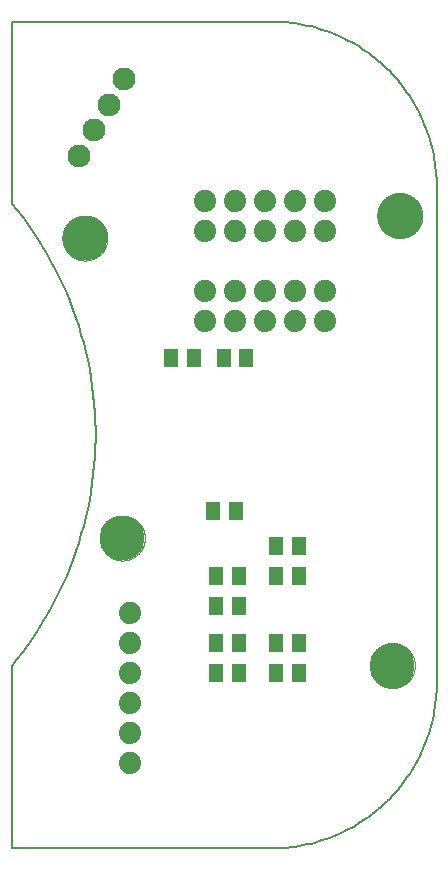
<source format=gbs>
G75*
%MOIN*%
%OFA0B0*%
%FSLAX25Y25*%
%IPPOS*%
%LPD*%
%AMOC8*
5,1,8,0,0,1.08239X$1,22.5*
%
%ADD10C,0.00600*%
%ADD11C,0.00000*%
%ADD12C,0.15000*%
%ADD13C,0.07400*%
%ADD14R,0.05118X0.05906*%
%ADD15C,0.07600*%
D10*
X0044283Y0005655D02*
X0044283Y0066600D01*
X0044283Y0005655D02*
X0130869Y0005655D01*
X0132201Y0005671D01*
X0133532Y0005719D01*
X0134861Y0005800D01*
X0136189Y0005912D01*
X0137513Y0006057D01*
X0138833Y0006233D01*
X0140149Y0006442D01*
X0141459Y0006682D01*
X0142763Y0006954D01*
X0144060Y0007257D01*
X0145349Y0007591D01*
X0146630Y0007956D01*
X0147901Y0008353D01*
X0149163Y0008780D01*
X0150414Y0009237D01*
X0151654Y0009724D01*
X0152881Y0010241D01*
X0154096Y0010788D01*
X0155297Y0011364D01*
X0156484Y0011968D01*
X0157655Y0012602D01*
X0158812Y0013263D01*
X0159951Y0013952D01*
X0161074Y0014668D01*
X0162180Y0015412D01*
X0163267Y0016182D01*
X0164335Y0016977D01*
X0165383Y0017799D01*
X0166411Y0018645D01*
X0167419Y0019517D01*
X0168405Y0020412D01*
X0169370Y0021331D01*
X0170311Y0022272D01*
X0171230Y0023237D01*
X0172125Y0024223D01*
X0172997Y0025231D01*
X0173843Y0026259D01*
X0174665Y0027307D01*
X0175460Y0028375D01*
X0176230Y0029462D01*
X0176974Y0030568D01*
X0177690Y0031691D01*
X0178379Y0032830D01*
X0179040Y0033987D01*
X0179674Y0035158D01*
X0180278Y0036345D01*
X0180854Y0037546D01*
X0181401Y0038761D01*
X0181918Y0039988D01*
X0182405Y0041228D01*
X0182862Y0042479D01*
X0183289Y0043741D01*
X0183686Y0045012D01*
X0184051Y0046293D01*
X0184385Y0047582D01*
X0184688Y0048879D01*
X0184960Y0050183D01*
X0185200Y0051493D01*
X0185409Y0052809D01*
X0185585Y0054129D01*
X0185730Y0055453D01*
X0185842Y0056781D01*
X0185923Y0058110D01*
X0185971Y0059441D01*
X0185987Y0060773D01*
X0185987Y0226128D01*
X0185971Y0227460D01*
X0185923Y0228791D01*
X0185842Y0230120D01*
X0185730Y0231448D01*
X0185585Y0232772D01*
X0185409Y0234092D01*
X0185200Y0235408D01*
X0184960Y0236718D01*
X0184688Y0238022D01*
X0184385Y0239319D01*
X0184051Y0240608D01*
X0183686Y0241889D01*
X0183289Y0243160D01*
X0182862Y0244422D01*
X0182405Y0245673D01*
X0181918Y0246913D01*
X0181401Y0248140D01*
X0180854Y0249355D01*
X0180278Y0250556D01*
X0179674Y0251743D01*
X0179040Y0252914D01*
X0178379Y0254071D01*
X0177690Y0255210D01*
X0176974Y0256333D01*
X0176230Y0257439D01*
X0175460Y0258526D01*
X0174665Y0259594D01*
X0173843Y0260642D01*
X0172997Y0261670D01*
X0172125Y0262678D01*
X0171230Y0263664D01*
X0170311Y0264629D01*
X0169370Y0265570D01*
X0168405Y0266489D01*
X0167419Y0267384D01*
X0166411Y0268256D01*
X0165383Y0269102D01*
X0164335Y0269924D01*
X0163267Y0270719D01*
X0162180Y0271489D01*
X0161074Y0272233D01*
X0159951Y0272949D01*
X0158812Y0273638D01*
X0157655Y0274299D01*
X0156484Y0274933D01*
X0155297Y0275537D01*
X0154096Y0276113D01*
X0152881Y0276660D01*
X0151654Y0277177D01*
X0150414Y0277664D01*
X0149163Y0278121D01*
X0147901Y0278548D01*
X0146630Y0278945D01*
X0145349Y0279310D01*
X0144060Y0279644D01*
X0142763Y0279947D01*
X0141459Y0280219D01*
X0140149Y0280459D01*
X0138833Y0280668D01*
X0137513Y0280844D01*
X0136189Y0280989D01*
X0134861Y0281101D01*
X0133532Y0281182D01*
X0132201Y0281230D01*
X0130869Y0281246D01*
X0044283Y0281246D01*
X0044283Y0220606D01*
X0046142Y0218335D01*
X0047944Y0216019D01*
X0049689Y0213660D01*
X0051376Y0211259D01*
X0053004Y0208817D01*
X0054571Y0206336D01*
X0056077Y0203818D01*
X0057520Y0201263D01*
X0058901Y0198674D01*
X0060218Y0196052D01*
X0061471Y0193398D01*
X0062657Y0190714D01*
X0063778Y0188002D01*
X0064832Y0185264D01*
X0065819Y0182500D01*
X0066738Y0179713D01*
X0067588Y0176905D01*
X0068369Y0174076D01*
X0069081Y0171230D01*
X0069723Y0168366D01*
X0070294Y0165488D01*
X0070795Y0162597D01*
X0071224Y0159694D01*
X0071583Y0156781D01*
X0071870Y0153861D01*
X0072085Y0150935D01*
X0072229Y0148004D01*
X0072301Y0145070D01*
X0072301Y0142136D01*
X0072229Y0139202D01*
X0072085Y0136271D01*
X0071870Y0133345D01*
X0071583Y0130425D01*
X0071224Y0127512D01*
X0070795Y0124609D01*
X0070294Y0121718D01*
X0069723Y0118840D01*
X0069081Y0115976D01*
X0068369Y0113130D01*
X0067588Y0110301D01*
X0066738Y0107493D01*
X0065819Y0104706D01*
X0064832Y0101942D01*
X0063778Y0099204D01*
X0062657Y0096492D01*
X0061471Y0093808D01*
X0060218Y0091154D01*
X0058901Y0088532D01*
X0057520Y0085943D01*
X0056077Y0083388D01*
X0054571Y0080870D01*
X0053004Y0078389D01*
X0051376Y0075947D01*
X0049689Y0073546D01*
X0047944Y0071187D01*
X0046142Y0068871D01*
X0044283Y0066600D01*
D11*
X0073704Y0109100D02*
X0073706Y0109284D01*
X0073713Y0109468D01*
X0073724Y0109652D01*
X0073740Y0109835D01*
X0073760Y0110018D01*
X0073785Y0110200D01*
X0073814Y0110382D01*
X0073848Y0110563D01*
X0073886Y0110743D01*
X0073929Y0110922D01*
X0073976Y0111100D01*
X0074027Y0111277D01*
X0074083Y0111453D01*
X0074142Y0111627D01*
X0074207Y0111799D01*
X0074275Y0111970D01*
X0074347Y0112139D01*
X0074424Y0112307D01*
X0074505Y0112472D01*
X0074590Y0112635D01*
X0074678Y0112797D01*
X0074771Y0112956D01*
X0074868Y0113112D01*
X0074968Y0113267D01*
X0075072Y0113419D01*
X0075180Y0113568D01*
X0075291Y0113714D01*
X0075406Y0113858D01*
X0075525Y0113999D01*
X0075647Y0114137D01*
X0075772Y0114272D01*
X0075901Y0114403D01*
X0076032Y0114532D01*
X0076167Y0114657D01*
X0076305Y0114779D01*
X0076446Y0114898D01*
X0076590Y0115013D01*
X0076736Y0115124D01*
X0076885Y0115232D01*
X0077037Y0115336D01*
X0077192Y0115436D01*
X0077348Y0115533D01*
X0077507Y0115626D01*
X0077669Y0115714D01*
X0077832Y0115799D01*
X0077997Y0115880D01*
X0078165Y0115957D01*
X0078334Y0116029D01*
X0078505Y0116097D01*
X0078677Y0116162D01*
X0078851Y0116221D01*
X0079027Y0116277D01*
X0079204Y0116328D01*
X0079382Y0116375D01*
X0079561Y0116418D01*
X0079741Y0116456D01*
X0079922Y0116490D01*
X0080104Y0116519D01*
X0080286Y0116544D01*
X0080469Y0116564D01*
X0080652Y0116580D01*
X0080836Y0116591D01*
X0081020Y0116598D01*
X0081204Y0116600D01*
X0081388Y0116598D01*
X0081572Y0116591D01*
X0081756Y0116580D01*
X0081939Y0116564D01*
X0082122Y0116544D01*
X0082304Y0116519D01*
X0082486Y0116490D01*
X0082667Y0116456D01*
X0082847Y0116418D01*
X0083026Y0116375D01*
X0083204Y0116328D01*
X0083381Y0116277D01*
X0083557Y0116221D01*
X0083731Y0116162D01*
X0083903Y0116097D01*
X0084074Y0116029D01*
X0084243Y0115957D01*
X0084411Y0115880D01*
X0084576Y0115799D01*
X0084739Y0115714D01*
X0084901Y0115626D01*
X0085060Y0115533D01*
X0085216Y0115436D01*
X0085371Y0115336D01*
X0085523Y0115232D01*
X0085672Y0115124D01*
X0085818Y0115013D01*
X0085962Y0114898D01*
X0086103Y0114779D01*
X0086241Y0114657D01*
X0086376Y0114532D01*
X0086507Y0114403D01*
X0086636Y0114272D01*
X0086761Y0114137D01*
X0086883Y0113999D01*
X0087002Y0113858D01*
X0087117Y0113714D01*
X0087228Y0113568D01*
X0087336Y0113419D01*
X0087440Y0113267D01*
X0087540Y0113112D01*
X0087637Y0112956D01*
X0087730Y0112797D01*
X0087818Y0112635D01*
X0087903Y0112472D01*
X0087984Y0112307D01*
X0088061Y0112139D01*
X0088133Y0111970D01*
X0088201Y0111799D01*
X0088266Y0111627D01*
X0088325Y0111453D01*
X0088381Y0111277D01*
X0088432Y0111100D01*
X0088479Y0110922D01*
X0088522Y0110743D01*
X0088560Y0110563D01*
X0088594Y0110382D01*
X0088623Y0110200D01*
X0088648Y0110018D01*
X0088668Y0109835D01*
X0088684Y0109652D01*
X0088695Y0109468D01*
X0088702Y0109284D01*
X0088704Y0109100D01*
X0088702Y0108916D01*
X0088695Y0108732D01*
X0088684Y0108548D01*
X0088668Y0108365D01*
X0088648Y0108182D01*
X0088623Y0108000D01*
X0088594Y0107818D01*
X0088560Y0107637D01*
X0088522Y0107457D01*
X0088479Y0107278D01*
X0088432Y0107100D01*
X0088381Y0106923D01*
X0088325Y0106747D01*
X0088266Y0106573D01*
X0088201Y0106401D01*
X0088133Y0106230D01*
X0088061Y0106061D01*
X0087984Y0105893D01*
X0087903Y0105728D01*
X0087818Y0105565D01*
X0087730Y0105403D01*
X0087637Y0105244D01*
X0087540Y0105088D01*
X0087440Y0104933D01*
X0087336Y0104781D01*
X0087228Y0104632D01*
X0087117Y0104486D01*
X0087002Y0104342D01*
X0086883Y0104201D01*
X0086761Y0104063D01*
X0086636Y0103928D01*
X0086507Y0103797D01*
X0086376Y0103668D01*
X0086241Y0103543D01*
X0086103Y0103421D01*
X0085962Y0103302D01*
X0085818Y0103187D01*
X0085672Y0103076D01*
X0085523Y0102968D01*
X0085371Y0102864D01*
X0085216Y0102764D01*
X0085060Y0102667D01*
X0084901Y0102574D01*
X0084739Y0102486D01*
X0084576Y0102401D01*
X0084411Y0102320D01*
X0084243Y0102243D01*
X0084074Y0102171D01*
X0083903Y0102103D01*
X0083731Y0102038D01*
X0083557Y0101979D01*
X0083381Y0101923D01*
X0083204Y0101872D01*
X0083026Y0101825D01*
X0082847Y0101782D01*
X0082667Y0101744D01*
X0082486Y0101710D01*
X0082304Y0101681D01*
X0082122Y0101656D01*
X0081939Y0101636D01*
X0081756Y0101620D01*
X0081572Y0101609D01*
X0081388Y0101602D01*
X0081204Y0101600D01*
X0081020Y0101602D01*
X0080836Y0101609D01*
X0080652Y0101620D01*
X0080469Y0101636D01*
X0080286Y0101656D01*
X0080104Y0101681D01*
X0079922Y0101710D01*
X0079741Y0101744D01*
X0079561Y0101782D01*
X0079382Y0101825D01*
X0079204Y0101872D01*
X0079027Y0101923D01*
X0078851Y0101979D01*
X0078677Y0102038D01*
X0078505Y0102103D01*
X0078334Y0102171D01*
X0078165Y0102243D01*
X0077997Y0102320D01*
X0077832Y0102401D01*
X0077669Y0102486D01*
X0077507Y0102574D01*
X0077348Y0102667D01*
X0077192Y0102764D01*
X0077037Y0102864D01*
X0076885Y0102968D01*
X0076736Y0103076D01*
X0076590Y0103187D01*
X0076446Y0103302D01*
X0076305Y0103421D01*
X0076167Y0103543D01*
X0076032Y0103668D01*
X0075901Y0103797D01*
X0075772Y0103928D01*
X0075647Y0104063D01*
X0075525Y0104201D01*
X0075406Y0104342D01*
X0075291Y0104486D01*
X0075180Y0104632D01*
X0075072Y0104781D01*
X0074968Y0104933D01*
X0074868Y0105088D01*
X0074771Y0105244D01*
X0074678Y0105403D01*
X0074590Y0105565D01*
X0074505Y0105728D01*
X0074424Y0105893D01*
X0074347Y0106061D01*
X0074275Y0106230D01*
X0074207Y0106401D01*
X0074142Y0106573D01*
X0074083Y0106747D01*
X0074027Y0106923D01*
X0073976Y0107100D01*
X0073929Y0107278D01*
X0073886Y0107457D01*
X0073848Y0107637D01*
X0073814Y0107818D01*
X0073785Y0108000D01*
X0073760Y0108182D01*
X0073740Y0108365D01*
X0073724Y0108548D01*
X0073713Y0108732D01*
X0073706Y0108916D01*
X0073704Y0109100D01*
X0061204Y0209100D02*
X0061206Y0209284D01*
X0061213Y0209468D01*
X0061224Y0209652D01*
X0061240Y0209835D01*
X0061260Y0210018D01*
X0061285Y0210200D01*
X0061314Y0210382D01*
X0061348Y0210563D01*
X0061386Y0210743D01*
X0061429Y0210922D01*
X0061476Y0211100D01*
X0061527Y0211277D01*
X0061583Y0211453D01*
X0061642Y0211627D01*
X0061707Y0211799D01*
X0061775Y0211970D01*
X0061847Y0212139D01*
X0061924Y0212307D01*
X0062005Y0212472D01*
X0062090Y0212635D01*
X0062178Y0212797D01*
X0062271Y0212956D01*
X0062368Y0213112D01*
X0062468Y0213267D01*
X0062572Y0213419D01*
X0062680Y0213568D01*
X0062791Y0213714D01*
X0062906Y0213858D01*
X0063025Y0213999D01*
X0063147Y0214137D01*
X0063272Y0214272D01*
X0063401Y0214403D01*
X0063532Y0214532D01*
X0063667Y0214657D01*
X0063805Y0214779D01*
X0063946Y0214898D01*
X0064090Y0215013D01*
X0064236Y0215124D01*
X0064385Y0215232D01*
X0064537Y0215336D01*
X0064692Y0215436D01*
X0064848Y0215533D01*
X0065007Y0215626D01*
X0065169Y0215714D01*
X0065332Y0215799D01*
X0065497Y0215880D01*
X0065665Y0215957D01*
X0065834Y0216029D01*
X0066005Y0216097D01*
X0066177Y0216162D01*
X0066351Y0216221D01*
X0066527Y0216277D01*
X0066704Y0216328D01*
X0066882Y0216375D01*
X0067061Y0216418D01*
X0067241Y0216456D01*
X0067422Y0216490D01*
X0067604Y0216519D01*
X0067786Y0216544D01*
X0067969Y0216564D01*
X0068152Y0216580D01*
X0068336Y0216591D01*
X0068520Y0216598D01*
X0068704Y0216600D01*
X0068888Y0216598D01*
X0069072Y0216591D01*
X0069256Y0216580D01*
X0069439Y0216564D01*
X0069622Y0216544D01*
X0069804Y0216519D01*
X0069986Y0216490D01*
X0070167Y0216456D01*
X0070347Y0216418D01*
X0070526Y0216375D01*
X0070704Y0216328D01*
X0070881Y0216277D01*
X0071057Y0216221D01*
X0071231Y0216162D01*
X0071403Y0216097D01*
X0071574Y0216029D01*
X0071743Y0215957D01*
X0071911Y0215880D01*
X0072076Y0215799D01*
X0072239Y0215714D01*
X0072401Y0215626D01*
X0072560Y0215533D01*
X0072716Y0215436D01*
X0072871Y0215336D01*
X0073023Y0215232D01*
X0073172Y0215124D01*
X0073318Y0215013D01*
X0073462Y0214898D01*
X0073603Y0214779D01*
X0073741Y0214657D01*
X0073876Y0214532D01*
X0074007Y0214403D01*
X0074136Y0214272D01*
X0074261Y0214137D01*
X0074383Y0213999D01*
X0074502Y0213858D01*
X0074617Y0213714D01*
X0074728Y0213568D01*
X0074836Y0213419D01*
X0074940Y0213267D01*
X0075040Y0213112D01*
X0075137Y0212956D01*
X0075230Y0212797D01*
X0075318Y0212635D01*
X0075403Y0212472D01*
X0075484Y0212307D01*
X0075561Y0212139D01*
X0075633Y0211970D01*
X0075701Y0211799D01*
X0075766Y0211627D01*
X0075825Y0211453D01*
X0075881Y0211277D01*
X0075932Y0211100D01*
X0075979Y0210922D01*
X0076022Y0210743D01*
X0076060Y0210563D01*
X0076094Y0210382D01*
X0076123Y0210200D01*
X0076148Y0210018D01*
X0076168Y0209835D01*
X0076184Y0209652D01*
X0076195Y0209468D01*
X0076202Y0209284D01*
X0076204Y0209100D01*
X0076202Y0208916D01*
X0076195Y0208732D01*
X0076184Y0208548D01*
X0076168Y0208365D01*
X0076148Y0208182D01*
X0076123Y0208000D01*
X0076094Y0207818D01*
X0076060Y0207637D01*
X0076022Y0207457D01*
X0075979Y0207278D01*
X0075932Y0207100D01*
X0075881Y0206923D01*
X0075825Y0206747D01*
X0075766Y0206573D01*
X0075701Y0206401D01*
X0075633Y0206230D01*
X0075561Y0206061D01*
X0075484Y0205893D01*
X0075403Y0205728D01*
X0075318Y0205565D01*
X0075230Y0205403D01*
X0075137Y0205244D01*
X0075040Y0205088D01*
X0074940Y0204933D01*
X0074836Y0204781D01*
X0074728Y0204632D01*
X0074617Y0204486D01*
X0074502Y0204342D01*
X0074383Y0204201D01*
X0074261Y0204063D01*
X0074136Y0203928D01*
X0074007Y0203797D01*
X0073876Y0203668D01*
X0073741Y0203543D01*
X0073603Y0203421D01*
X0073462Y0203302D01*
X0073318Y0203187D01*
X0073172Y0203076D01*
X0073023Y0202968D01*
X0072871Y0202864D01*
X0072716Y0202764D01*
X0072560Y0202667D01*
X0072401Y0202574D01*
X0072239Y0202486D01*
X0072076Y0202401D01*
X0071911Y0202320D01*
X0071743Y0202243D01*
X0071574Y0202171D01*
X0071403Y0202103D01*
X0071231Y0202038D01*
X0071057Y0201979D01*
X0070881Y0201923D01*
X0070704Y0201872D01*
X0070526Y0201825D01*
X0070347Y0201782D01*
X0070167Y0201744D01*
X0069986Y0201710D01*
X0069804Y0201681D01*
X0069622Y0201656D01*
X0069439Y0201636D01*
X0069256Y0201620D01*
X0069072Y0201609D01*
X0068888Y0201602D01*
X0068704Y0201600D01*
X0068520Y0201602D01*
X0068336Y0201609D01*
X0068152Y0201620D01*
X0067969Y0201636D01*
X0067786Y0201656D01*
X0067604Y0201681D01*
X0067422Y0201710D01*
X0067241Y0201744D01*
X0067061Y0201782D01*
X0066882Y0201825D01*
X0066704Y0201872D01*
X0066527Y0201923D01*
X0066351Y0201979D01*
X0066177Y0202038D01*
X0066005Y0202103D01*
X0065834Y0202171D01*
X0065665Y0202243D01*
X0065497Y0202320D01*
X0065332Y0202401D01*
X0065169Y0202486D01*
X0065007Y0202574D01*
X0064848Y0202667D01*
X0064692Y0202764D01*
X0064537Y0202864D01*
X0064385Y0202968D01*
X0064236Y0203076D01*
X0064090Y0203187D01*
X0063946Y0203302D01*
X0063805Y0203421D01*
X0063667Y0203543D01*
X0063532Y0203668D01*
X0063401Y0203797D01*
X0063272Y0203928D01*
X0063147Y0204063D01*
X0063025Y0204201D01*
X0062906Y0204342D01*
X0062791Y0204486D01*
X0062680Y0204632D01*
X0062572Y0204781D01*
X0062468Y0204933D01*
X0062368Y0205088D01*
X0062271Y0205244D01*
X0062178Y0205403D01*
X0062090Y0205565D01*
X0062005Y0205728D01*
X0061924Y0205893D01*
X0061847Y0206061D01*
X0061775Y0206230D01*
X0061707Y0206401D01*
X0061642Y0206573D01*
X0061583Y0206747D01*
X0061527Y0206923D01*
X0061476Y0207100D01*
X0061429Y0207278D01*
X0061386Y0207457D01*
X0061348Y0207637D01*
X0061314Y0207818D01*
X0061285Y0208000D01*
X0061260Y0208182D01*
X0061240Y0208365D01*
X0061224Y0208548D01*
X0061213Y0208732D01*
X0061206Y0208916D01*
X0061204Y0209100D01*
X0163704Y0066600D02*
X0163706Y0066784D01*
X0163713Y0066968D01*
X0163724Y0067152D01*
X0163740Y0067335D01*
X0163760Y0067518D01*
X0163785Y0067700D01*
X0163814Y0067882D01*
X0163848Y0068063D01*
X0163886Y0068243D01*
X0163929Y0068422D01*
X0163976Y0068600D01*
X0164027Y0068777D01*
X0164083Y0068953D01*
X0164142Y0069127D01*
X0164207Y0069299D01*
X0164275Y0069470D01*
X0164347Y0069639D01*
X0164424Y0069807D01*
X0164505Y0069972D01*
X0164590Y0070135D01*
X0164678Y0070297D01*
X0164771Y0070456D01*
X0164868Y0070612D01*
X0164968Y0070767D01*
X0165072Y0070919D01*
X0165180Y0071068D01*
X0165291Y0071214D01*
X0165406Y0071358D01*
X0165525Y0071499D01*
X0165647Y0071637D01*
X0165772Y0071772D01*
X0165901Y0071903D01*
X0166032Y0072032D01*
X0166167Y0072157D01*
X0166305Y0072279D01*
X0166446Y0072398D01*
X0166590Y0072513D01*
X0166736Y0072624D01*
X0166885Y0072732D01*
X0167037Y0072836D01*
X0167192Y0072936D01*
X0167348Y0073033D01*
X0167507Y0073126D01*
X0167669Y0073214D01*
X0167832Y0073299D01*
X0167997Y0073380D01*
X0168165Y0073457D01*
X0168334Y0073529D01*
X0168505Y0073597D01*
X0168677Y0073662D01*
X0168851Y0073721D01*
X0169027Y0073777D01*
X0169204Y0073828D01*
X0169382Y0073875D01*
X0169561Y0073918D01*
X0169741Y0073956D01*
X0169922Y0073990D01*
X0170104Y0074019D01*
X0170286Y0074044D01*
X0170469Y0074064D01*
X0170652Y0074080D01*
X0170836Y0074091D01*
X0171020Y0074098D01*
X0171204Y0074100D01*
X0171388Y0074098D01*
X0171572Y0074091D01*
X0171756Y0074080D01*
X0171939Y0074064D01*
X0172122Y0074044D01*
X0172304Y0074019D01*
X0172486Y0073990D01*
X0172667Y0073956D01*
X0172847Y0073918D01*
X0173026Y0073875D01*
X0173204Y0073828D01*
X0173381Y0073777D01*
X0173557Y0073721D01*
X0173731Y0073662D01*
X0173903Y0073597D01*
X0174074Y0073529D01*
X0174243Y0073457D01*
X0174411Y0073380D01*
X0174576Y0073299D01*
X0174739Y0073214D01*
X0174901Y0073126D01*
X0175060Y0073033D01*
X0175216Y0072936D01*
X0175371Y0072836D01*
X0175523Y0072732D01*
X0175672Y0072624D01*
X0175818Y0072513D01*
X0175962Y0072398D01*
X0176103Y0072279D01*
X0176241Y0072157D01*
X0176376Y0072032D01*
X0176507Y0071903D01*
X0176636Y0071772D01*
X0176761Y0071637D01*
X0176883Y0071499D01*
X0177002Y0071358D01*
X0177117Y0071214D01*
X0177228Y0071068D01*
X0177336Y0070919D01*
X0177440Y0070767D01*
X0177540Y0070612D01*
X0177637Y0070456D01*
X0177730Y0070297D01*
X0177818Y0070135D01*
X0177903Y0069972D01*
X0177984Y0069807D01*
X0178061Y0069639D01*
X0178133Y0069470D01*
X0178201Y0069299D01*
X0178266Y0069127D01*
X0178325Y0068953D01*
X0178381Y0068777D01*
X0178432Y0068600D01*
X0178479Y0068422D01*
X0178522Y0068243D01*
X0178560Y0068063D01*
X0178594Y0067882D01*
X0178623Y0067700D01*
X0178648Y0067518D01*
X0178668Y0067335D01*
X0178684Y0067152D01*
X0178695Y0066968D01*
X0178702Y0066784D01*
X0178704Y0066600D01*
X0178702Y0066416D01*
X0178695Y0066232D01*
X0178684Y0066048D01*
X0178668Y0065865D01*
X0178648Y0065682D01*
X0178623Y0065500D01*
X0178594Y0065318D01*
X0178560Y0065137D01*
X0178522Y0064957D01*
X0178479Y0064778D01*
X0178432Y0064600D01*
X0178381Y0064423D01*
X0178325Y0064247D01*
X0178266Y0064073D01*
X0178201Y0063901D01*
X0178133Y0063730D01*
X0178061Y0063561D01*
X0177984Y0063393D01*
X0177903Y0063228D01*
X0177818Y0063065D01*
X0177730Y0062903D01*
X0177637Y0062744D01*
X0177540Y0062588D01*
X0177440Y0062433D01*
X0177336Y0062281D01*
X0177228Y0062132D01*
X0177117Y0061986D01*
X0177002Y0061842D01*
X0176883Y0061701D01*
X0176761Y0061563D01*
X0176636Y0061428D01*
X0176507Y0061297D01*
X0176376Y0061168D01*
X0176241Y0061043D01*
X0176103Y0060921D01*
X0175962Y0060802D01*
X0175818Y0060687D01*
X0175672Y0060576D01*
X0175523Y0060468D01*
X0175371Y0060364D01*
X0175216Y0060264D01*
X0175060Y0060167D01*
X0174901Y0060074D01*
X0174739Y0059986D01*
X0174576Y0059901D01*
X0174411Y0059820D01*
X0174243Y0059743D01*
X0174074Y0059671D01*
X0173903Y0059603D01*
X0173731Y0059538D01*
X0173557Y0059479D01*
X0173381Y0059423D01*
X0173204Y0059372D01*
X0173026Y0059325D01*
X0172847Y0059282D01*
X0172667Y0059244D01*
X0172486Y0059210D01*
X0172304Y0059181D01*
X0172122Y0059156D01*
X0171939Y0059136D01*
X0171756Y0059120D01*
X0171572Y0059109D01*
X0171388Y0059102D01*
X0171204Y0059100D01*
X0171020Y0059102D01*
X0170836Y0059109D01*
X0170652Y0059120D01*
X0170469Y0059136D01*
X0170286Y0059156D01*
X0170104Y0059181D01*
X0169922Y0059210D01*
X0169741Y0059244D01*
X0169561Y0059282D01*
X0169382Y0059325D01*
X0169204Y0059372D01*
X0169027Y0059423D01*
X0168851Y0059479D01*
X0168677Y0059538D01*
X0168505Y0059603D01*
X0168334Y0059671D01*
X0168165Y0059743D01*
X0167997Y0059820D01*
X0167832Y0059901D01*
X0167669Y0059986D01*
X0167507Y0060074D01*
X0167348Y0060167D01*
X0167192Y0060264D01*
X0167037Y0060364D01*
X0166885Y0060468D01*
X0166736Y0060576D01*
X0166590Y0060687D01*
X0166446Y0060802D01*
X0166305Y0060921D01*
X0166167Y0061043D01*
X0166032Y0061168D01*
X0165901Y0061297D01*
X0165772Y0061428D01*
X0165647Y0061563D01*
X0165525Y0061701D01*
X0165406Y0061842D01*
X0165291Y0061986D01*
X0165180Y0062132D01*
X0165072Y0062281D01*
X0164968Y0062433D01*
X0164868Y0062588D01*
X0164771Y0062744D01*
X0164678Y0062903D01*
X0164590Y0063065D01*
X0164505Y0063228D01*
X0164424Y0063393D01*
X0164347Y0063561D01*
X0164275Y0063730D01*
X0164207Y0063901D01*
X0164142Y0064073D01*
X0164083Y0064247D01*
X0164027Y0064423D01*
X0163976Y0064600D01*
X0163929Y0064778D01*
X0163886Y0064957D01*
X0163848Y0065137D01*
X0163814Y0065318D01*
X0163785Y0065500D01*
X0163760Y0065682D01*
X0163740Y0065865D01*
X0163724Y0066048D01*
X0163713Y0066232D01*
X0163706Y0066416D01*
X0163704Y0066600D01*
X0166204Y0216600D02*
X0166206Y0216784D01*
X0166213Y0216968D01*
X0166224Y0217152D01*
X0166240Y0217335D01*
X0166260Y0217518D01*
X0166285Y0217700D01*
X0166314Y0217882D01*
X0166348Y0218063D01*
X0166386Y0218243D01*
X0166429Y0218422D01*
X0166476Y0218600D01*
X0166527Y0218777D01*
X0166583Y0218953D01*
X0166642Y0219127D01*
X0166707Y0219299D01*
X0166775Y0219470D01*
X0166847Y0219639D01*
X0166924Y0219807D01*
X0167005Y0219972D01*
X0167090Y0220135D01*
X0167178Y0220297D01*
X0167271Y0220456D01*
X0167368Y0220612D01*
X0167468Y0220767D01*
X0167572Y0220919D01*
X0167680Y0221068D01*
X0167791Y0221214D01*
X0167906Y0221358D01*
X0168025Y0221499D01*
X0168147Y0221637D01*
X0168272Y0221772D01*
X0168401Y0221903D01*
X0168532Y0222032D01*
X0168667Y0222157D01*
X0168805Y0222279D01*
X0168946Y0222398D01*
X0169090Y0222513D01*
X0169236Y0222624D01*
X0169385Y0222732D01*
X0169537Y0222836D01*
X0169692Y0222936D01*
X0169848Y0223033D01*
X0170007Y0223126D01*
X0170169Y0223214D01*
X0170332Y0223299D01*
X0170497Y0223380D01*
X0170665Y0223457D01*
X0170834Y0223529D01*
X0171005Y0223597D01*
X0171177Y0223662D01*
X0171351Y0223721D01*
X0171527Y0223777D01*
X0171704Y0223828D01*
X0171882Y0223875D01*
X0172061Y0223918D01*
X0172241Y0223956D01*
X0172422Y0223990D01*
X0172604Y0224019D01*
X0172786Y0224044D01*
X0172969Y0224064D01*
X0173152Y0224080D01*
X0173336Y0224091D01*
X0173520Y0224098D01*
X0173704Y0224100D01*
X0173888Y0224098D01*
X0174072Y0224091D01*
X0174256Y0224080D01*
X0174439Y0224064D01*
X0174622Y0224044D01*
X0174804Y0224019D01*
X0174986Y0223990D01*
X0175167Y0223956D01*
X0175347Y0223918D01*
X0175526Y0223875D01*
X0175704Y0223828D01*
X0175881Y0223777D01*
X0176057Y0223721D01*
X0176231Y0223662D01*
X0176403Y0223597D01*
X0176574Y0223529D01*
X0176743Y0223457D01*
X0176911Y0223380D01*
X0177076Y0223299D01*
X0177239Y0223214D01*
X0177401Y0223126D01*
X0177560Y0223033D01*
X0177716Y0222936D01*
X0177871Y0222836D01*
X0178023Y0222732D01*
X0178172Y0222624D01*
X0178318Y0222513D01*
X0178462Y0222398D01*
X0178603Y0222279D01*
X0178741Y0222157D01*
X0178876Y0222032D01*
X0179007Y0221903D01*
X0179136Y0221772D01*
X0179261Y0221637D01*
X0179383Y0221499D01*
X0179502Y0221358D01*
X0179617Y0221214D01*
X0179728Y0221068D01*
X0179836Y0220919D01*
X0179940Y0220767D01*
X0180040Y0220612D01*
X0180137Y0220456D01*
X0180230Y0220297D01*
X0180318Y0220135D01*
X0180403Y0219972D01*
X0180484Y0219807D01*
X0180561Y0219639D01*
X0180633Y0219470D01*
X0180701Y0219299D01*
X0180766Y0219127D01*
X0180825Y0218953D01*
X0180881Y0218777D01*
X0180932Y0218600D01*
X0180979Y0218422D01*
X0181022Y0218243D01*
X0181060Y0218063D01*
X0181094Y0217882D01*
X0181123Y0217700D01*
X0181148Y0217518D01*
X0181168Y0217335D01*
X0181184Y0217152D01*
X0181195Y0216968D01*
X0181202Y0216784D01*
X0181204Y0216600D01*
X0181202Y0216416D01*
X0181195Y0216232D01*
X0181184Y0216048D01*
X0181168Y0215865D01*
X0181148Y0215682D01*
X0181123Y0215500D01*
X0181094Y0215318D01*
X0181060Y0215137D01*
X0181022Y0214957D01*
X0180979Y0214778D01*
X0180932Y0214600D01*
X0180881Y0214423D01*
X0180825Y0214247D01*
X0180766Y0214073D01*
X0180701Y0213901D01*
X0180633Y0213730D01*
X0180561Y0213561D01*
X0180484Y0213393D01*
X0180403Y0213228D01*
X0180318Y0213065D01*
X0180230Y0212903D01*
X0180137Y0212744D01*
X0180040Y0212588D01*
X0179940Y0212433D01*
X0179836Y0212281D01*
X0179728Y0212132D01*
X0179617Y0211986D01*
X0179502Y0211842D01*
X0179383Y0211701D01*
X0179261Y0211563D01*
X0179136Y0211428D01*
X0179007Y0211297D01*
X0178876Y0211168D01*
X0178741Y0211043D01*
X0178603Y0210921D01*
X0178462Y0210802D01*
X0178318Y0210687D01*
X0178172Y0210576D01*
X0178023Y0210468D01*
X0177871Y0210364D01*
X0177716Y0210264D01*
X0177560Y0210167D01*
X0177401Y0210074D01*
X0177239Y0209986D01*
X0177076Y0209901D01*
X0176911Y0209820D01*
X0176743Y0209743D01*
X0176574Y0209671D01*
X0176403Y0209603D01*
X0176231Y0209538D01*
X0176057Y0209479D01*
X0175881Y0209423D01*
X0175704Y0209372D01*
X0175526Y0209325D01*
X0175347Y0209282D01*
X0175167Y0209244D01*
X0174986Y0209210D01*
X0174804Y0209181D01*
X0174622Y0209156D01*
X0174439Y0209136D01*
X0174256Y0209120D01*
X0174072Y0209109D01*
X0173888Y0209102D01*
X0173704Y0209100D01*
X0173520Y0209102D01*
X0173336Y0209109D01*
X0173152Y0209120D01*
X0172969Y0209136D01*
X0172786Y0209156D01*
X0172604Y0209181D01*
X0172422Y0209210D01*
X0172241Y0209244D01*
X0172061Y0209282D01*
X0171882Y0209325D01*
X0171704Y0209372D01*
X0171527Y0209423D01*
X0171351Y0209479D01*
X0171177Y0209538D01*
X0171005Y0209603D01*
X0170834Y0209671D01*
X0170665Y0209743D01*
X0170497Y0209820D01*
X0170332Y0209901D01*
X0170169Y0209986D01*
X0170007Y0210074D01*
X0169848Y0210167D01*
X0169692Y0210264D01*
X0169537Y0210364D01*
X0169385Y0210468D01*
X0169236Y0210576D01*
X0169090Y0210687D01*
X0168946Y0210802D01*
X0168805Y0210921D01*
X0168667Y0211043D01*
X0168532Y0211168D01*
X0168401Y0211297D01*
X0168272Y0211428D01*
X0168147Y0211563D01*
X0168025Y0211701D01*
X0167906Y0211842D01*
X0167791Y0211986D01*
X0167680Y0212132D01*
X0167572Y0212281D01*
X0167468Y0212433D01*
X0167368Y0212588D01*
X0167271Y0212744D01*
X0167178Y0212903D01*
X0167090Y0213065D01*
X0167005Y0213228D01*
X0166924Y0213393D01*
X0166847Y0213561D01*
X0166775Y0213730D01*
X0166707Y0213901D01*
X0166642Y0214073D01*
X0166583Y0214247D01*
X0166527Y0214423D01*
X0166476Y0214600D01*
X0166429Y0214778D01*
X0166386Y0214957D01*
X0166348Y0215137D01*
X0166314Y0215318D01*
X0166285Y0215500D01*
X0166260Y0215682D01*
X0166240Y0215865D01*
X0166224Y0216048D01*
X0166213Y0216232D01*
X0166206Y0216416D01*
X0166204Y0216600D01*
D12*
X0173704Y0216600D03*
X0081204Y0109100D03*
X0068704Y0209100D03*
X0171204Y0066600D03*
D13*
X0148704Y0181600D03*
X0148704Y0191600D03*
X0138704Y0191600D03*
X0138704Y0181600D03*
X0128704Y0181600D03*
X0128704Y0191600D03*
X0118704Y0191600D03*
X0118704Y0181600D03*
X0108704Y0181600D03*
X0108704Y0191600D03*
X0108704Y0211600D03*
X0108704Y0221600D03*
X0118704Y0221600D03*
X0118704Y0211600D03*
X0128704Y0211600D03*
X0128704Y0221600D03*
X0138704Y0221600D03*
X0138704Y0211600D03*
X0148704Y0211600D03*
X0148704Y0221600D03*
X0083704Y0084100D03*
X0083704Y0074100D03*
X0083704Y0064100D03*
X0083704Y0054100D03*
X0083704Y0044100D03*
X0083704Y0034100D03*
D14*
X0112464Y0064100D03*
X0112464Y0074100D03*
X0119944Y0074100D03*
X0119944Y0064100D03*
X0132464Y0064100D03*
X0132464Y0074100D03*
X0139944Y0074100D03*
X0139944Y0064100D03*
X0119944Y0086600D03*
X0119944Y0096600D03*
X0112464Y0096600D03*
X0112464Y0086600D03*
X0132464Y0096600D03*
X0132464Y0106600D03*
X0139944Y0106600D03*
X0139944Y0096600D03*
X0118944Y0118100D03*
X0111464Y0118100D03*
X0114964Y0169100D03*
X0122444Y0169100D03*
X0104944Y0169100D03*
X0097464Y0169100D03*
D15*
X0066874Y0236289D03*
X0071874Y0244949D03*
X0076874Y0253610D03*
X0081874Y0262270D03*
M02*

</source>
